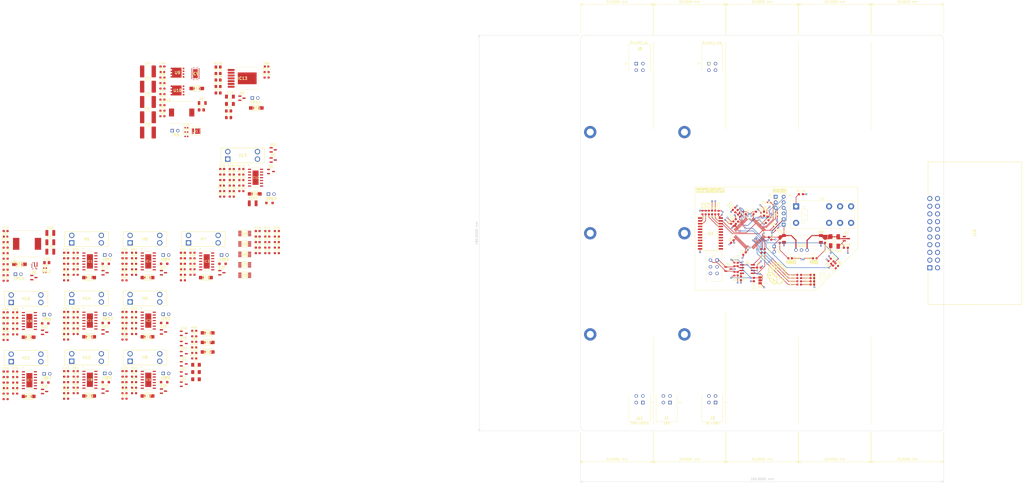
<source format=kicad_pcb>
(kicad_pcb
	(version 20240108)
	(generator "pcbnew")
	(generator_version "8.0")
	(general
		(thickness 1.6)
		(legacy_teardrops no)
	)
	(paper "A3")
	(title_block
		(title "PDU FT25")
		(date "2024-11-18")
		(rev "V1.0")
		(company "Janek Herm")
		(comment 1 "FasTTUBe Electronics")
	)
	(layers
		(0 "F.Cu" signal)
		(1 "In1.Cu" power)
		(2 "In2.Cu" signal)
		(31 "B.Cu" mixed)
		(32 "B.Adhes" user "B.Adhesive")
		(33 "F.Adhes" user "F.Adhesive")
		(34 "B.Paste" user)
		(35 "F.Paste" user)
		(37 "F.SilkS" user "F.Silkscreen")
		(38 "B.Mask" user)
		(39 "F.Mask" user)
		(40 "Dwgs.User" user "User.Drawings")
		(41 "Cmts.User" user "User.Comments")
		(42 "Eco1.User" user "User.Eco1")
		(43 "Eco2.User" user "User.Eco2")
		(44 "Edge.Cuts" user)
		(45 "Margin" user)
		(46 "B.CrtYd" user "B.Courtyard")
		(47 "F.CrtYd" user "F.Courtyard")
		(48 "B.Fab" user)
		(49 "F.Fab" user)
		(50 "User.1" user)
		(51 "User.2" user)
		(52 "User.3" user)
		(53 "User.4" user)
		(54 "User.5" user)
		(55 "User.6" user)
		(56 "User.7" user)
		(57 "User.8" user)
		(58 "User.9" user)
	)
	(setup
		(stackup
			(layer "F.SilkS"
				(type "Top Silk Screen")
			)
			(layer "F.Paste"
				(type "Top Solder Paste")
			)
			(layer "F.Mask"
				(type "Top Solder Mask")
				(thickness 0.01)
			)
			(layer "F.Cu"
				(type "copper")
				(thickness 0.035)
			)
			(layer "dielectric 1"
				(type "prepreg")
				(thickness 0.1)
				(material "FR4")
				(epsilon_r 4.5)
				(loss_tangent 0.02)
			)
			(layer "In1.Cu"
				(type "copper")
				(thickness 0.035)
			)
			(layer "dielectric 2"
				(type "core")
				(thickness 1.24)
				(material "FR4")
				(epsilon_r 4.5)
				(loss_tangent 0.02)
			)
			(layer "In2.Cu"
				(type "copper")
				(thickness 0.035)
			)
			(layer "dielectric 3"
				(type "prepreg")
				(thickness 0.1)
				(material "FR4")
				(epsilon_r 4.5)
				(loss_tangent 0.02)
			)
			(layer "B.Cu"
				(type "copper")
				(thickness 0.035)
			)
			(layer "B.Mask"
				(type "Bottom Solder Mask")
				(thickness 0.01)
			)
			(layer "B.Paste"
				(type "Bottom Solder Paste")
			)
			(copper_finish "None")
			(dielectric_constraints no)
		)
		(pad_to_mask_clearance 0)
		(allow_soldermask_bridges_in_footprints no)
		(pcbplotparams
			(layerselection 0x00010fc_ffffffff)
			(plot_on_all_layers_selection 0x0000000_00000000)
			(disableapertmacros no)
			(usegerberextensions no)
			(usegerberattributes yes)
			(usegerberadvancedattributes yes)
			(creategerberjobfile yes)
			(dashed_line_dash_ratio 12.000000)
			(dashed_line_gap_ratio 3.000000)
			(svgprecision 4)
			(plotframeref no)
			(viasonmask no)
			(mode 1)
			(useauxorigin no)
			(hpglpennumber 1)
			(hpglpenspeed 20)
			(hpglpendiameter 15.000000)
			(pdf_front_fp_property_popups yes)
			(pdf_back_fp_property_popups yes)
			(dxfpolygonmode yes)
			(dxfimperialunits yes)
			(dxfusepcbnewfont yes)
			(psnegative no)
			(psa4output no)
			(plotreference yes)
			(plotvalue yes)
			(plotfptext yes)
			(plotinvisibletext no)
			(sketchpadsonfab no)
			(subtractmaskfromsilk no)
			(outputformat 1)
			(mirror no)
			(drillshape 1)
			(scaleselection 1)
			(outputdirectory "")
		)
	)
	(net 0 "")
	(net 1 "GND")
	(net 2 "+3V3")
	(net 3 "stdCAN_H")
	(net 4 "/MCU/Vref")
	(net 5 "stdCAN_L")
	(net 6 "/MCU/NRST")
	(net 7 "Net-(C13-Pad2)")
	(net 8 "Net-(C14-Pad1)")
	(net 9 "Net-(D11-A2)")
	(net 10 "/powerstages/P_Out4a")
	(net 11 "/powerstages/IS4")
	(net 12 "Net-(D15-A2)")
	(net 13 "/connectors/P_Out1")
	(net 14 "/powerstages/IS1")
	(net 15 "Net-(D19-A2)")
	(net 16 "/RBR/RES1")
	(net 17 "/powerstages/IS10")
	(net 18 "Net-(D23-A2)")
	(net 19 "/powerstages/P_Out7a")
	(net 20 "/powerstages/IS7")
	(net 21 "Net-(D27-A2)")
	(net 22 "/connectors/P_Out8")
	(net 23 "/powerstages/IS8")
	(net 24 "Net-(D31-A2)")
	(net 25 "/powerstages/P_Out3a")
	(net 26 "/powerstages/IS3")
	(net 27 "Net-(D35-A2)")
	(net 28 "/connectors/P_Out2")
	(net 29 "/powerstages/IS2")
	(net 30 "Net-(D39-A2)")
	(net 31 "/connectors/P_Out9")
	(net 32 "/powerstages/IS9")
	(net 33 "Net-(IC9-CBOOT)")
	(net 34 "Net-(IC9-SW)")
	(net 35 "Net-(IC9-VCC)")
	(net 36 "Net-(D43-K)")
	(net 37 "Net-(IC9-PFM{slash}SYNC)")
	(net 38 "/connectors/P_Out4")
	(net 39 "Net-(C53-Pad2)")
	(net 40 "Net-(IC9-EXTCOMP)")
	(net 41 "Net-(D51-A2)")
	(net 42 "/connectors/P_Out5")
	(net 43 "/powerstages/IS5")
	(net 44 "Net-(D55-A1)")
	(net 45 "Net-(D59-A2)")
	(net 46 "/connectors/P_Out6")
	(net 47 "/powerstages/IS6")
	(net 48 "Net-(IC12-SW)")
	(net 49 "Net-(IC12-BOOT)")
	(net 50 "/connectors/P_Out3")
	(net 51 "Net-(D63-K)")
	(net 52 "Net-(IC12-FB)")
	(net 53 "Net-(IC12-SS)")
	(net 54 "/connectors/P_Out7")
	(net 55 "Net-(IC13-FB)")
	(net 56 "Net-(D65-K)")
	(net 57 "Net-(IC13-SS)")
	(net 58 "/MCU/SWCLK")
	(net 59 "/MCU/SWDIO")
	(net 60 "/MCU/UART_RX")
	(net 61 "/MCU/UART_TX")
	(net 62 "Net-(D7-A)")
	(net 63 "Net-(D8-A)")
	(net 64 "Net-(D9-A)")
	(net 65 "Net-(D10-A)")
	(net 66 "Net-(D12-A)")
	(net 67 "unconnected-(D12-NC-Pad2)")
	(net 68 "Net-(D14-A)")
	(net 69 "Net-(D16-A)")
	(net 70 "unconnected-(D16-NC-Pad2)")
	(net 71 "Net-(D18-A)")
	(net 72 "Net-(D20-A)")
	(net 73 "unconnected-(D20-NC-Pad2)")
	(net 74 "Net-(D22-A)")
	(net 75 "Net-(D24-A)")
	(net 76 "unconnected-(D24-NC-Pad2)")
	(net 77 "Net-(D26-A)")
	(net 78 "Net-(D28-A)")
	(net 79 "unconnected-(D28-NC-Pad2)")
	(net 80 "Net-(D30-A)")
	(net 81 "unconnected-(D32-NC-Pad2)")
	(net 82 "Net-(D32-A)")
	(net 83 "Net-(D34-A)")
	(net 84 "Net-(D36-A)")
	(net 85 "unconnected-(D36-NC-Pad2)")
	(net 86 "Net-(D38-A)")
	(net 87 "unconnected-(D40-NC-Pad2)")
	(net 88 "Net-(D40-A)")
	(net 89 "Net-(D42-A)")
	(net 90 "Net-(D43-A)")
	(net 91 "Net-(D44-A)")
	(net 92 "Net-(D45-A1)")
	(net 93 "Net-(D47-A1)")
	(net 94 "Net-(D49-A1)")
	(net 95 "unconnected-(D52-NC-Pad2)")
	(net 96 "Net-(D52-A)")
	(net 97 "Net-(D54-A)")
	(net 98 "Net-(D56-A)")
	(net 99 "Net-(D57-A)")
	(net 100 "Net-(D58-A)")
	(net 101 "unconnected-(D60-NC-Pad2)")
	(net 102 "Net-(D60-A)")
	(net 103 "Net-(D62-A)")
	(net 104 "Net-(D63-A)")
	(net 105 "Net-(D64-A)")
	(net 106 "Net-(D65-A)")
	(net 107 "Net-(D66-A)")
	(net 108 "EBS Valve 1")
	(net 109 "EBS Valve 2")
	(net 110 "EBS CS")
	(net 111 "+24V")
	(net 112 "RES 2")
	(net 113 "Net-(IC1-IS)")
	(net 114 "Net-(IC1-GND)")
	(net 115 "Net-(IC1-IN)")
	(net 116 "Net-(IC1-DEN)")
	(net 117 "Net-(IC2-IS)")
	(net 118 "Net-(IC2-IN)")
	(net 119 "Net-(IC2-DEN)")
	(net 120 "Net-(IC2-GND)")
	(net 121 "Net-(IC3-IN)")
	(net 122 "Net-(IC3-GND)")
	(net 123 "Net-(IC3-IS)")
	(net 124 "Net-(IC3-DEN)")
	(net 125 "Net-(IC4-IN)")
	(net 126 "Net-(IC4-GND)")
	(net 127 "Net-(IC4-IS)")
	(net 128 "Net-(IC4-DEN)")
	(net 129 "Net-(IC5-GND)")
	(net 130 "Net-(IC5-DEN)")
	(net 131 "Net-(IC5-IS)")
	(net 132 "Net-(IC5-IN)")
	(net 133 "Net-(IC6-GND)")
	(net 134 "Net-(IC6-IN)")
	(net 135 "Net-(IC6-DEN)")
	(net 136 "Net-(IC6-IS)")
	(net 137 "Net-(IC7-IN)")
	(net 138 "Net-(IC7-IS)")
	(net 139 "Net-(IC7-GND)")
	(net 140 "Net-(IC7-DEN)")
	(net 141 "Net-(IC8-IN)")
	(net 142 "Net-(IC8-IS)")
	(net 143 "Net-(IC8-GND)")
	(net 144 "Net-(IC8-DEN)")
	(net 145 "Net-(IC9-CNFG)")
	(net 146 "Net-(IC9-PG{slash}SYNCOUT)")
	(net 147 "Net-(IC9-RT)")
	(net 148 "Net-(IC9-ISNS+)")
	(net 149 "Net-(IC9-HO)")
	(net 150 "Net-(IC9-LO)")
	(net 151 "Net-(IC9-FB)")
	(net 152 "Net-(IC10-IS)")
	(net 153 "Net-(IC10-IN)")
	(net 154 "Net-(IC10-DEN)")
	(net 155 "Net-(IC10-GND)")
	(net 156 "Net-(IC11-DEN)")
	(net 157 "Net-(IC11-IS)")
	(net 158 "Net-(IC11-IN)")
	(net 159 "Net-(IC11-GND)")
	(net 160 "Net-(IC12-PG)")
	(net 161 "Net-(IC12-MODE)")
	(net 162 "Net-(IC12-EN)")
	(net 163 "Net-(IC13-RON)")
	(net 164 "Net-(IC13-EN)")
	(net 165 "RES2")
	(net 166 "/MCU/SWO")
	(net 167 "FDCAN_H")
	(net 168 "FDCAN_L")
	(net 169 "unconnected-(J8-Pin_4-Pad4)")
	(net 170 "unconnected-(J9-Pin_4-Pad4)")
	(net 171 "/RBR/SDC bypass")
	(net 172 "24V ASMS")
	(net 173 "unconnected-(J10-Pin_10-Pad10)")
	(net 174 "Net-(JP1-C)")
	(net 175 "unconnected-(K1-Pad12)")
	(net 176 "unconnected-(K1-Pad24)")
	(net 177 "Net-(K1-PadA1)")
	(net 178 "Net-(Q2-G)")
	(net 179 "Net-(Q3-G)")
	(net 180 "Net-(Q4-G)")
	(net 181 "Net-(Q5-D)")
	(net 182 "Net-(Q5-G)")
	(net 183 "Net-(Q6-G)")
	(net 184 "Net-(Q6-D)")
	(net 185 "Net-(U1-Rs)")
	(net 186 "Net-(U2-PA0)")
	(net 187 "Net-(U2-BOOT0)")
	(net 188 "Net-(U2-PC0)")
	(net 189 "Net-(U2-PA11)")
	(net 190 "/MCU/CAN_RX")
	(net 191 "/MCU/CAN_TX")
	(net 192 "Net-(U2-PA12)")
	(net 193 "/MCU/I2C_SDA")
	(net 194 "/MCU/I2C_SCL")
	(net 195 "/MCU/STATUS_LED1")
	(net 196 "/MCU/STATUS_LED2")
	(net 197 "/MCU/STATUS_LED3")
	(net 198 "/MCU/STATUS_LED4")
	(net 199 "Net-(U3-A0)")
	(net 200 "Net-(U3-A1)")
	(net 201 "Net-(U3-A2)")
	(net 202 "Net-(U4A--)")
	(net 203 "/MCU/ISENSE1")
	(net 204 "Net-(U4B--)")
	(net 205 "/MCU/ISENSE2")
	(net 206 "/MCU/ISENSE3")
	(net 207 "Net-(U5A--)")
	(net 208 "Net-(U5B--)")
	(net 209 "/MCU/ISENSE4")
	(net 210 "/MCU/ISENSE5")
	(net 211 "Net-(U6A--)")
	(net 212 "Net-(U6B--)")
	(net 213 "/MCU/ISENSE6")
	(net 214 "/MCU/ISENSE7")
	(net 215 "Net-(U7A--)")
	(net 216 "Net-(U7B--)")
	(net 217 "/MCU/ISENSE8")
	(net 218 "/MCU/ISENSE9")
	(net 219 "Net-(U8A--)")
	(net 220 "Net-(U8B--)")
	(net 221 "/MCU/ISENSE10")
	(net 222 "/MCU/IN4")
	(net 223 "/MCU/IN1")
	(net 224 "/MCU/IN10")
	(net 225 "/MCU/IN7")
	(net 226 "/MCU/IN8")
	(net 227 "/MCU/IN3")
	(net 228 "/MCU/IN2")
	(net 229 "/MCU/IN9")
	(net 230 "/MCU/IN11")
	(net 231 "/MCU/IN12")
	(net 232 "/MCU/IN13")
	(net 233 "/MCU/PC_Read")
	(net 234 "/MCU/PC_EN")
	(net 235 "/MCU/IN5")
	(net 236 "/MCU/IN6")
	(net 237 "unconnected-(U2-PB0-Pad26)")
	(net 238 "/MCU/XTAL_OUT")
	(net 239 "unconnected-(U2-PC5-Pad25)")
	(net 240 "unconnected-(U2-PA10-Pad43)")
	(net 241 "unconnected-(U2-PF4-Pad18)")
	(net 242 "unconnected-(U2-PC12-Pad53)")
	(net 243 "unconnected-(U2-PB5-Pad57)")
	(net 244 "unconnected-(U2-PB4-Pad56)")
	(net 245 "/MCU/XTAL_IN")
	(net 246 "unconnected-(U2-PA9-Pad42)")
	(net 247 "unconnected-(U2-PA8-Pad41)")
	(net 248 "unconnected-(U2-PD2-Pad54)")
	(net 249 "unconnected-(U3-IO0_2-Pad6)")
	(net 250 "unconnected-(U3-IO0_0-Pad4)")
	(net 251 "unconnected-(U3-IO1_6-Pad19)")
	(net 252 "unconnected-(U3-IO1_2-Pad15)")
	(net 253 "unconnected-(U3-IO1_0-Pad13)")
	(net 254 "unconnected-(U3-IO0_3-Pad7)")
	(net 255 "unconnected-(U3-IO0_5-Pad9)")
	(net 256 "unconnected-(U3-IO0_7-Pad11)")
	(net 257 "unconnected-(U3-~{INT}-Pad1)")
	(net 258 "unconnected-(U3-IO1_5-Pad18)")
	(net 259 "unconnected-(U3-IO1_4-Pad17)")
	(net 260 "unconnected-(U3-IO0_1-Pad5)")
	(net 261 "unconnected-(U3-IO1_1-Pad14)")
	(net 262 "unconnected-(U3-IO0_6-Pad10)")
	(net 263 "unconnected-(U3-IO1_7-Pad20)")
	(net 264 "unconnected-(U3-IO0_4-Pad8)")
	(net 265 "unconnected-(U3-IO1_3-Pad16)")
	(net 266 "unconnected-(U9-Pad9)")
	(net 267 "unconnected-(U9-Pad6)")
	(net 268 "unconnected-(U9-Pad3)")
	(net 269 "unconnected-(U9-Pad7)")
	(net 270 "unconnected-(U9-Pad8)")
	(net 271 "unconnected-(U9-Pad2)")
	(net 272 "unconnected-(U10-Pad3)")
	(net 273 "unconnected-(U10-Pad9)")
	(net 274 "unconnected-(U10-Pad6)")
	(net 275 "unconnected-(U10-Pad2)")
	(net 276 "unconnected-(U10-Pad7)")
	(net 277 "unconnected-(U10-Pad8)")
	(net 278 "unconnected-(J11-Pin_2-Pad2)")
	(footprint "5025:5025" (layer "F.Cu") (at -77.61 180.9))
	(footprint "Resistor_SMD:R_0603_1608Metric_Pad0.98x0.95mm_HandSolder" (layer "F.Cu") (at -95.165 189.895))
	(footprint "Resistor_SMD:R_0603_1608Metric_Pad0.98x0.95mm_HandSolder" (layer "F.Cu") (at -144.825 206.955))
	(footprint "BTT6010-1ERB:SOIC14_BTT6010-1ERB_INF" (layer "F.Cu") (at -84.359799 183.799))
	(footprint "824501241:DIOM5127X250N" (layer "F.Cu") (at -138.725 218.265))
	(footprint "Package_TO_SOT_SMD:SOT-23" (layer "F.Cu") (at -131.475 216.05))
	(footprint "Package_TO_SOT_SMD:SOT-23" (layer "F.Cu") (at -131.475 189.13))
	(footprint "Resistor_SMD:R_0603_1608Metric_Pad0.98x0.95mm_HandSolder" (layer "F.Cu") (at -149.175 160.645))
	(footprint "5025:5025" (layer "F.Cu") (at -104.14 207.82))
	(footprint "Resistor_SMD:R_0603_1608Metric_Pad0.98x0.95mm_HandSolder" (layer "F.Cu") (at -117.345 211.795))
	(footprint "Resistor_SMD:R_0603_1608Metric_Pad0.98x0.95mm_HandSolder" (layer "F.Cu") (at -149.175 150.605))
	(footprint "LED_SMD:LED_0603_1608Metric" (layer "F.Cu") (at -30.615 68.255))
	(footprint "Package_TO_SOT_SMD:SOT-23" (layer "F.Cu") (at -103.995 215.87))
	(footprint "Package_TO_SOT_SMD:SOT-23-3" (layer "F.Cu") (at -68.235 194.225))
	(footprint "Package_TO_SOT_SMD:SOT-23" (layer "F.Cu") (at -41.825 82.66))
	(footprint "ESD321DYAR:SODFL1608X77N" (layer "F.Cu") (at 193.99 135.615 -90))
	(footprint "5025:5025" (layer "F.Cu") (at -144.7 162.71))
	(footprint "5025:5025" (layer "F.Cu") (at -37.08 82.56))
	(footprint "MountingHole:MountingHole_3.2mm_M3_DIN965_Pad" (layer "F.Cu") (at 116.41 144.08 -90))
	(footprint "Resistor_SMD:R_0603_1608Metric_Pad0.98x0.95mm_HandSolder" (layer "F.Cu") (at -77.935 83.315))
	(footprint "Capacitor_SMD:C_0603_1608Metric_Pad1.08x0.95mm_HandSolder" (layer "F.Cu") (at -149.175 182.545))
	(footprint "MountingHole:MountingHole_4.3mm_M4" (layer "F.Cu") (at 119.575 226.345))
	(footprint "Capacitor_SMD:C_1210_3225Metric_Pad1.33x2.70mm_HandSolder" (layer "F.Cu") (at -128.875 148.195))
	(footprint "Diode_SMD:D_SOD-123F" (layer "F.Cu") (at -77.14 184.875))
	(footprint "Capacitor_SMD:C_0603_1608Metric_Pad1.08x0.95mm_HandSolder" (layer "F.Cu") (at -95.165 211.795))
	(footprint "Resistor_SMD:R_0603_1608Metric_Pad0.98x0.95mm_HandSolder" (layer "F.Cu") (at -42.085 114.865))
	(footprint "Resistor_SMD:R_0603_1608Metric_Pad0.98x0.95mm_HandSolder" (layer "F.Cu") (at -121.695 162.975))
	(footprint "Resistor_SMD:R_0603_1608Metric_Pad0.98x0.95mm_HandSolder" (layer "F.Cu") (at -117.345 214.305))
	(footprint "LED_SMD:LED_0603_1608Metric" (layer "F.Cu") (at 217.335 167.395 180))
	(footprint "3SMAJ5934B-TP:DIOM5226X244N" (layer "F.Cu") (at -35.28 87.095))
	(footprint "Capacitor_SMD:C_1206_3216Metric_Pad1.33x1.80mm_HandSolder" (layer "F.Cu") (at 221.205 146.675 -90))
	(footprint "Resistor_SMD:R_0603_1608Metric_Pad0.98x0.95mm_HandSolder" (layer "F.Cu") (at -90.815 155.445))
	(footprint "Resistor_SMD:R_0603_1608Metric_Pad0.98x0.95mm_HandSolder" (layer "F.Cu") (at -25.955 148.095))
	(footprint "Capacitor_SMD:C_0603_1608Metric_Pad1.08x0.95mm_HandSolder" (layer "F.Cu") (at -149.175 180.035))
	(footprint "Resistor_SMD:R_0603_1608Metric_Pad0.98x0.95mm_HandSolder" (layer "F.Cu") (at 202.525 147.505 -90))
	(footprint "Capacitor_SMD:C_0603_1608Metric_Pad1.08x0.95mm_HandSolder" (layer "F.Cu") (at -149.175 209.465))
	(footprint "Resistor_SMD:R_0603_1608Metric" (layer "F.Cu") (at 168.845 134.625 90))
	(footprint "Resistor_SMD:R_0603_1608Metric_Pad0.98x0.95mm_HandSolder"
		(layer "F.Cu")
		(uuid "1cb00e2e-7747-4e9c-8272-1e828fd622d0")
		(at -90.815 162.975)
		(descr "Resistor SMD 0603 (1608 Metric), square (rectangular) end terminal, IPC_7351 nominal with elongated pad for handsoldering. (Body size source: IPC-SM-782 page 72, https://www.pcb-3d.com/wordpress/wp-content/uploads/ipc-sm-782a_amendment_1_and_2.pdf), generated with kicad-footprint-generator")
		(tags "resistor handsolder")
		(property "Reference" "R58"
			(at 0 -1.43 0)
			(layer "F.SilkS")
			(uuid "c696d9db-404e-4769-bea3-d9ba1f80b1ad")
			(effects
				(font
					(size 1 1)
					(thickness 0.15)
				)
			)
		)
		(property "Value" "1k"
			(at 0 1.43 0)
			(layer "F.Fab")
			(uuid "650b4a91-eec5-4d2f-9764-f01b89b13ded")
			(effects
				(font
					(size 1 1)
					(thickness 0.15)
				)
			)
		)
		(property "Footprint" "Resistor_SMD:R_0603_1608Metric_Pad0.98x0.95mm_HandSolder"
			(at 0 0 0)
			(unlocked yes)
			(layer "F.Fab")
			(hide yes)
			(uuid "3db401fe-49c2-4590-a2f8-ddc6bcfadfa0")
			(effects
				(font
					(size 1.27 1.27)
					(thickness 0.15)
				)
			)
		)
		(property "Datasheet" ""
			(at 0 0 0)
			(unlocked yes)
			(layer "F.Fab")
			(hide yes)
			(uuid "aaf7e037-f33b-418c-9528-bc900d5c0924")
			(effects
				(font
					(size 1.27 1.27)
					(thickness 0.15)
				)
			)
		)
		(property "Description" "Resistor, small symbol"
			(at 0 0 0)
			(unlocked yes)
			(layer "F.Fab")
			(hide yes)
			(uuid "caf6e1ae-baa4-4fe0-bd9a-27b90f3ee50a")
			(effects
				(font
					(size 1.27 1.27)
					(thickness 0.15)
				)
			)
		)
		(property ki_fp_filters "R_*")
		(path "/780d04e9-366d-4b48-88f6-229428c96c3a/86c43eea-c07d-4b85-a03d-0e621c0f0a8f/19d2fc39-9c7a-4e84-9289-99103ff6f00e")
		(sheetname "Lidar (4.5A)")
		(sheetfile "4.5A_powerstage.kicad_sch")
		(attr smd)
		(fp_line
			(start -0.254724 -0.5225)
			(end 0.254724 -0.5225)
			(stroke
				(width 0.12)
				(type solid)
			)
			(layer "F.SilkS")
			(uuid "d4707dbc-6616-44ef-8efc-1c54596eb0a7")
		)
		(fp_line
			(start -0.254724 0.5225)
			(end 0.254724 0.5225)
			(stroke
				(width 0.12)
				(type solid)
			)
			(layer "F.SilkS")
			(uuid "6cbc11ea-f682-4968-85df-50b54c62d955")
		)
		(fp_line
			(start -1.65 -0.73)
			(end 1.65 -0.73)
			(stroke
				(width 0.05)
				(type solid)
			)
			(layer "F.CrtYd")
			(uuid "be0b2772-9de7-47af-89bd-8d6853fdccc0")
		)
		(fp_line
			(start -1.65 0.73)
			(end -1.65 -0.73)
			(stroke
				(width 0.05)
				(type solid)
			)
			(layer "F.CrtYd")
			(uuid "71db78a8-13b1-433a-b53e-b5f0f2672641")
		)
		(fp_line
			(start 1.65 -0.73)
			(end 1.65 0.73)
			(stroke
				(width 0.05)
				(type solid)
			)
			(layer "F.CrtYd")
			(uuid "f59a0820-d0e9-4938-be68-117d5b4a2dd5")
		)
		(fp_line
			(start 1.65 0.73)
			(end -1.65 0.73)
			(stroke
				(width 0.05)
				(type solid)
			)
			(layer "F.CrtYd")
			(uuid "257aafa9-12d4-417a-aefa-8627c73fed45")
		)
		(fp_line
			(start -0.8 -0.4125)
			(end 0.8 -0.4125)
			(stroke
		
... [1895046 chars truncated]
</source>
